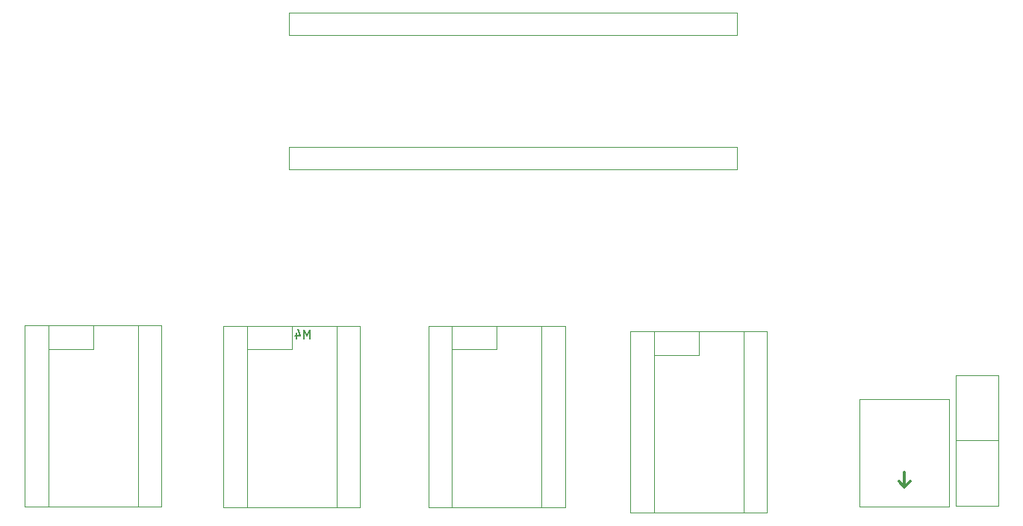
<source format=gbr>
%TF.GenerationSoftware,KiCad,Pcbnew,9.0.0*%
%TF.CreationDate,2025-05-04T18:41:49+10:00*%
%TF.ProjectId,A1_MB,41315f4d-422e-46b6-9963-61645f706362,rev?*%
%TF.SameCoordinates,Original*%
%TF.FileFunction,Legend,Bot*%
%TF.FilePolarity,Positive*%
%FSLAX46Y46*%
G04 Gerber Fmt 4.6, Leading zero omitted, Abs format (unit mm)*
G04 Created by KiCad (PCBNEW 9.0.0) date 2025-05-04 18:41:49*
%MOMM*%
%LPD*%
G01*
G04 APERTURE LIST*
%ADD10C,0.150000*%
%ADD11C,0.120000*%
%ADD12C,0.300000*%
G04 APERTURE END LIST*
D10*
X102837089Y-75433319D02*
X102837089Y-74433319D01*
X102837089Y-74433319D02*
X102503756Y-75147604D01*
X102503756Y-75147604D02*
X102170423Y-74433319D01*
X102170423Y-74433319D02*
X102170423Y-75433319D01*
X101265661Y-74766652D02*
X101265661Y-75433319D01*
X101503756Y-74385700D02*
X101741851Y-75099985D01*
X101741851Y-75099985D02*
X101122804Y-75099985D01*
D11*
%TO.C,F1*%
X180845001Y-86999999D02*
X176045000Y-87000000D01*
X180845000Y-94400001D02*
X176045000Y-94400000D01*
X176045000Y-79600001D01*
X180845000Y-79599999D01*
X180845000Y-94400001D01*
%TO.C,M4*%
X95680000Y-76670000D02*
X95680000Y-74003000D01*
X95680000Y-76670000D02*
X95680000Y-94577000D01*
X95680000Y-76670000D02*
X100760000Y-76670000D01*
X100760000Y-76670000D02*
X100760000Y-74000000D01*
X105840000Y-94577000D02*
X105840000Y-74003000D01*
X93010000Y-74000000D02*
X108510000Y-74000000D01*
X108510000Y-94580000D01*
X93010000Y-94580000D01*
X93010000Y-74000000D01*
%TO.C,M1*%
X141840000Y-77320000D02*
X141840000Y-74653000D01*
X141840000Y-77320000D02*
X141840000Y-95227000D01*
X141840000Y-77320000D02*
X146920000Y-77320000D01*
X146920000Y-77320000D02*
X146920000Y-74650000D01*
X152000000Y-95227000D02*
X152000000Y-74653000D01*
X139170000Y-74650000D02*
X154670000Y-74650000D01*
X154670000Y-95230000D01*
X139170000Y-95230000D01*
X139170000Y-74650000D01*
%TO.C,M3*%
X118930000Y-76670000D02*
X118930000Y-74003000D01*
X118930000Y-76670000D02*
X118930000Y-94577000D01*
X118930000Y-76670000D02*
X124010000Y-76670000D01*
X124010000Y-76670000D02*
X124010000Y-74000000D01*
X129090000Y-94577000D02*
X129090000Y-74003000D01*
X116260000Y-74000000D02*
X131760000Y-74000000D01*
X131760000Y-94580000D01*
X116260000Y-94580000D01*
X116260000Y-74000000D01*
%TO.C,M2*%
X73180000Y-76630000D02*
X73180000Y-73963000D01*
X73180000Y-76630000D02*
X73180000Y-94537000D01*
X73180000Y-76630000D02*
X78260000Y-76630000D01*
X78260000Y-76630000D02*
X78260000Y-73960000D01*
X83340000Y-94537000D02*
X83340000Y-73963000D01*
X70510000Y-73960000D02*
X86010000Y-73960000D01*
X86010000Y-94540000D01*
X70510000Y-94540000D01*
X70510000Y-73960000D01*
%TO.C,U1*%
X151214000Y-41020000D02*
X100414000Y-41020000D01*
X100414000Y-38480000D01*
X151214000Y-38480000D01*
X151214000Y-41020000D01*
X151214000Y-56260000D02*
X100414000Y-56260000D01*
X100414000Y-53720000D01*
X151214000Y-53720000D01*
X151214000Y-56260000D01*
D12*
%TO.C,J10*%
X170245000Y-90607000D02*
X170245000Y-92321500D01*
X170245000Y-92321500D02*
X169610000Y-91623000D01*
X170880000Y-91623000D02*
X170245000Y-92321500D01*
D11*
X165165000Y-82352000D02*
X175325000Y-82352000D01*
X175325000Y-94544000D01*
X165165000Y-94544000D01*
X165165000Y-82352000D01*
%TD*%
M02*

</source>
